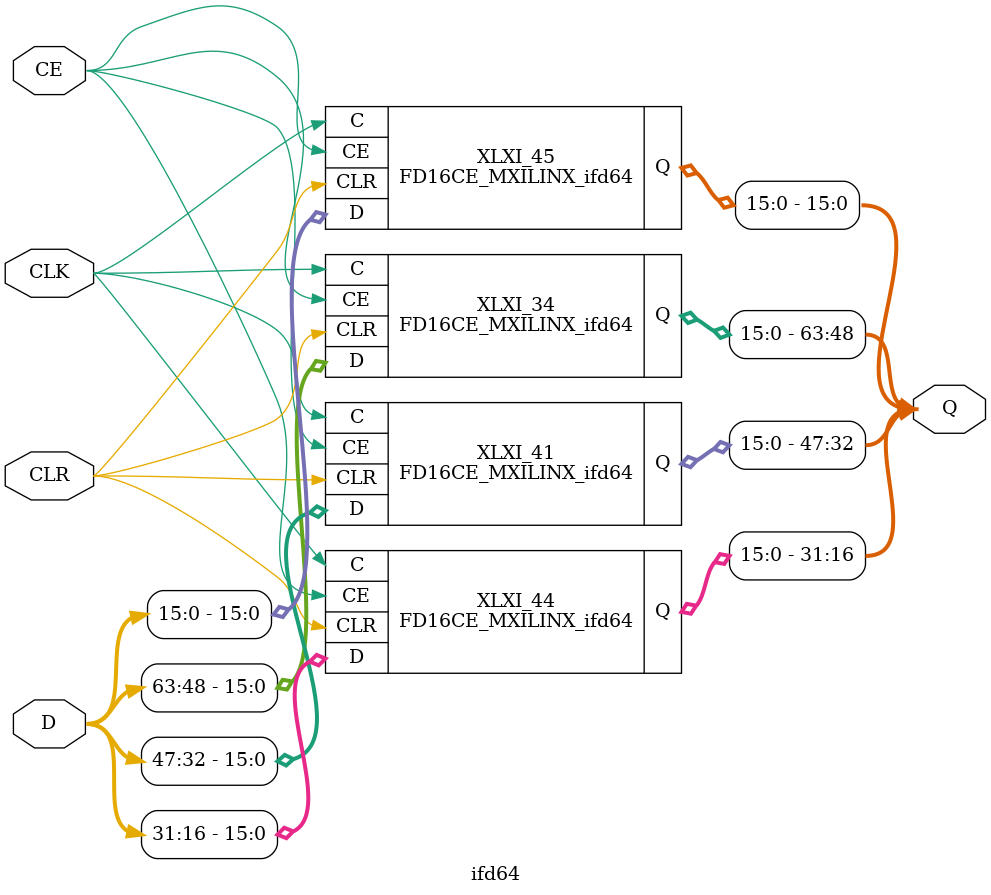
<source format=v>
`timescale 1ns / 1ps

module FD16CE_MXILINX_ifd64(C, 
                            CE, 
                            CLR, 
                            D, 
                            Q);

    input C;
    input CE;
    input CLR;
    input [15:0] D;
   output [15:0] Q;
   
   
   FDCE I_Q0 (.C(C), 
              .CE(CE), 
              .CLR(CLR), 
              .D(D[0]), 
              .Q(Q[0]));
   defparam I_Q0.INIT = 1'b0;
   FDCE I_Q1 (.C(C), 
              .CE(CE), 
              .CLR(CLR), 
              .D(D[1]), 
              .Q(Q[1]));
   defparam I_Q1.INIT = 1'b0;
   FDCE I_Q2 (.C(C), 
              .CE(CE), 
              .CLR(CLR), 
              .D(D[2]), 
              .Q(Q[2]));
   defparam I_Q2.INIT = 1'b0;
   FDCE I_Q3 (.C(C), 
              .CE(CE), 
              .CLR(CLR), 
              .D(D[3]), 
              .Q(Q[3]));
   defparam I_Q3.INIT = 1'b0;
   FDCE I_Q4 (.C(C), 
              .CE(CE), 
              .CLR(CLR), 
              .D(D[4]), 
              .Q(Q[4]));
   defparam I_Q4.INIT = 1'b0;
   FDCE I_Q5 (.C(C), 
              .CE(CE), 
              .CLR(CLR), 
              .D(D[5]), 
              .Q(Q[5]));
   defparam I_Q5.INIT = 1'b0;
   FDCE I_Q6 (.C(C), 
              .CE(CE), 
              .CLR(CLR), 
              .D(D[6]), 
              .Q(Q[6]));
   defparam I_Q6.INIT = 1'b0;
   FDCE I_Q7 (.C(C), 
              .CE(CE), 
              .CLR(CLR), 
              .D(D[7]), 
              .Q(Q[7]));
   defparam I_Q7.INIT = 1'b0;
   FDCE I_Q8 (.C(C), 
              .CE(CE), 
              .CLR(CLR), 
              .D(D[8]), 
              .Q(Q[8]));
   defparam I_Q8.INIT = 1'b0;
   FDCE I_Q9 (.C(C), 
              .CE(CE), 
              .CLR(CLR), 
              .D(D[9]), 
              .Q(Q[9]));
   defparam I_Q9.INIT = 1'b0;
   FDCE I_Q10 (.C(C), 
               .CE(CE), 
               .CLR(CLR), 
               .D(D[10]), 
               .Q(Q[10]));
   defparam I_Q10.INIT = 1'b0;
   FDCE I_Q11 (.C(C), 
               .CE(CE), 
               .CLR(CLR), 
               .D(D[11]), 
               .Q(Q[11]));
   defparam I_Q11.INIT = 1'b0;
   FDCE I_Q12 (.C(C), 
               .CE(CE), 
               .CLR(CLR), 
               .D(D[12]), 
               .Q(Q[12]));
   defparam I_Q12.INIT = 1'b0;
   FDCE I_Q13 (.C(C), 
               .CE(CE), 
               .CLR(CLR), 
               .D(D[13]), 
               .Q(Q[13]));
   defparam I_Q13.INIT = 1'b0;
   FDCE I_Q14 (.C(C), 
               .CE(CE), 
               .CLR(CLR), 
               .D(D[14]), 
               .Q(Q[14]));
   defparam I_Q14.INIT = 1'b0;
   FDCE I_Q15 (.C(C), 
               .CE(CE), 
               .CLR(CLR), 
               .D(D[15]), 
               .Q(Q[15]));
   defparam I_Q15.INIT = 1'b0;
endmodule
`timescale 1ns / 1ps

module ifd64(CE, 
             CLK, 
             CLR, 
             D, 
             Q);

    input CE;
    input CLK;
    input CLR;
    input [63:0] D;
   output [63:0] Q;
   
   
   FD16CE_MXILINX_ifd64 XLXI_34 (.C(CLK), 
                                 .CE(CE), 
                                 .CLR(CLR), 
                                 .D(D[63:48]), 
                                 .Q(Q[63:48]));
   // synthesis attribute HU_SET of XLXI_34 is "XLXI_34_0"
   FD16CE_MXILINX_ifd64 XLXI_41 (.C(CLK), 
                                 .CE(CE), 
                                 .CLR(CLR), 
                                 .D(D[47:32]), 
                                 .Q(Q[47:32]));
   // synthesis attribute HU_SET of XLXI_41 is "XLXI_41_1"
   FD16CE_MXILINX_ifd64 XLXI_44 (.C(CLK), 
                                 .CE(CE), 
                                 .CLR(CLR), 
                                 .D(D[31:16]), 
                                 .Q(Q[31:16]));
   // synthesis attribute HU_SET of XLXI_44 is "XLXI_44_2"
   FD16CE_MXILINX_ifd64 XLXI_45 (.C(CLK), 
                                 .CE(CE), 
                                 .CLR(CLR), 
                                 .D(D[15:0]), 
                                 .Q(Q[15:0]));
   // synthesis attribute HU_SET of XLXI_45 is "XLXI_45_3"
endmodule

</source>
